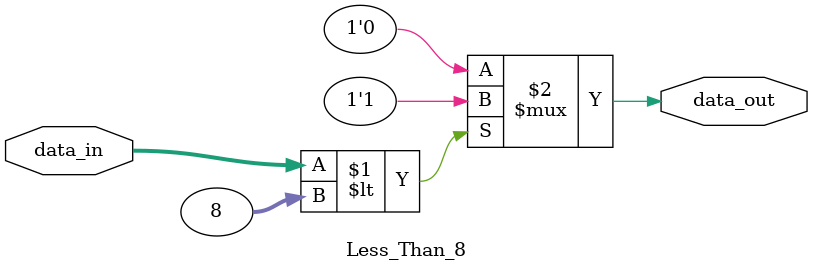
<source format=v>
module Less_Than_8(data_in, data_out);
    input [5:0] data_in;
    output data_out;

    assign data_out = (data_in < 8) ? 1'b1 : 1'b0; 
endmodule
</source>
